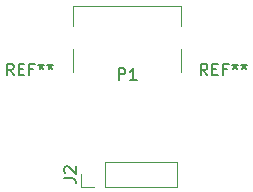
<source format=gto>
G04 #@! TF.GenerationSoftware,KiCad,Pcbnew,5.1.5+dfsg1-2build2*
G04 #@! TF.CreationDate,2022-10-02T22:40:52+02:00*
G04 #@! TF.ProjectId,fox_usb,666f785f-7573-4622-9e6b-696361645f70,rev?*
G04 #@! TF.SameCoordinates,Original*
G04 #@! TF.FileFunction,Legend,Top*
G04 #@! TF.FilePolarity,Positive*
%FSLAX46Y46*%
G04 Gerber Fmt 4.6, Leading zero omitted, Abs format (unit mm)*
G04 Created by KiCad (PCBNEW 5.1.5+dfsg1-2build2) date 2022-10-02 22:40:52*
%MOMM*%
%LPD*%
G04 APERTURE LIST*
%ADD10C,0.120000*%
%ADD11C,0.150000*%
%ADD12R,0.402000X1.252000*%
%ADD13C,0.752000*%
%ADD14O,1.102000X1.702000*%
%ADD15O,1.102000X2.202000*%
%ADD16O,1.452000X1.452000*%
%ADD17R,1.452000X1.452000*%
%ADD18C,2.302000*%
G04 APERTURE END LIST*
D10*
X100450000Y-47340000D02*
X109610000Y-47340000D01*
X109610000Y-47340000D02*
X109610000Y-49045000D01*
X100450000Y-49045000D02*
X100450000Y-47340000D01*
X100450000Y-51055000D02*
X100450000Y-52975000D01*
X109610000Y-52975000D02*
X109610000Y-51055000D01*
X101170000Y-62680000D02*
X101170000Y-61620000D01*
X102230000Y-62680000D02*
X101170000Y-62680000D01*
X103230000Y-62680000D02*
X103230000Y-60560000D01*
X103230000Y-60560000D02*
X109290000Y-60560000D01*
X103230000Y-62680000D02*
X109290000Y-62680000D01*
X109290000Y-62680000D02*
X109290000Y-60560000D01*
D11*
X104361904Y-53652380D02*
X104361904Y-52652380D01*
X104742857Y-52652380D01*
X104838095Y-52700000D01*
X104885714Y-52747619D01*
X104933333Y-52842857D01*
X104933333Y-52985714D01*
X104885714Y-53080952D01*
X104838095Y-53128571D01*
X104742857Y-53176190D01*
X104361904Y-53176190D01*
X105885714Y-53652380D02*
X105314285Y-53652380D01*
X105600000Y-53652380D02*
X105600000Y-52652380D01*
X105504761Y-52795238D01*
X105409523Y-52890476D01*
X105314285Y-52938095D01*
X99722380Y-61953333D02*
X100436666Y-61953333D01*
X100579523Y-62000952D01*
X100674761Y-62096190D01*
X100722380Y-62239047D01*
X100722380Y-62334285D01*
X99817619Y-61524761D02*
X99770000Y-61477142D01*
X99722380Y-61381904D01*
X99722380Y-61143809D01*
X99770000Y-61048571D01*
X99817619Y-61000952D01*
X99912857Y-60953333D01*
X100008095Y-60953333D01*
X100150952Y-61000952D01*
X100722380Y-61572380D01*
X100722380Y-60953333D01*
X111866666Y-53252380D02*
X111533333Y-52776190D01*
X111295238Y-53252380D02*
X111295238Y-52252380D01*
X111676190Y-52252380D01*
X111771428Y-52300000D01*
X111819047Y-52347619D01*
X111866666Y-52442857D01*
X111866666Y-52585714D01*
X111819047Y-52680952D01*
X111771428Y-52728571D01*
X111676190Y-52776190D01*
X111295238Y-52776190D01*
X112295238Y-52728571D02*
X112628571Y-52728571D01*
X112771428Y-53252380D02*
X112295238Y-53252380D01*
X112295238Y-52252380D01*
X112771428Y-52252380D01*
X113533333Y-52728571D02*
X113200000Y-52728571D01*
X113200000Y-53252380D02*
X113200000Y-52252380D01*
X113676190Y-52252380D01*
X114200000Y-52252380D02*
X114200000Y-52490476D01*
X113961904Y-52395238D02*
X114200000Y-52490476D01*
X114438095Y-52395238D01*
X114057142Y-52680952D02*
X114200000Y-52490476D01*
X114342857Y-52680952D01*
X114961904Y-52252380D02*
X114961904Y-52490476D01*
X114723809Y-52395238D02*
X114961904Y-52490476D01*
X115200000Y-52395238D01*
X114819047Y-52680952D02*
X114961904Y-52490476D01*
X115104761Y-52680952D01*
X95466666Y-53252380D02*
X95133333Y-52776190D01*
X94895238Y-53252380D02*
X94895238Y-52252380D01*
X95276190Y-52252380D01*
X95371428Y-52300000D01*
X95419047Y-52347619D01*
X95466666Y-52442857D01*
X95466666Y-52585714D01*
X95419047Y-52680952D01*
X95371428Y-52728571D01*
X95276190Y-52776190D01*
X94895238Y-52776190D01*
X95895238Y-52728571D02*
X96228571Y-52728571D01*
X96371428Y-53252380D02*
X95895238Y-53252380D01*
X95895238Y-52252380D01*
X96371428Y-52252380D01*
X97133333Y-52728571D02*
X96800000Y-52728571D01*
X96800000Y-53252380D02*
X96800000Y-52252380D01*
X97276190Y-52252380D01*
X97800000Y-52252380D02*
X97800000Y-52490476D01*
X97561904Y-52395238D02*
X97800000Y-52490476D01*
X98038095Y-52395238D01*
X97657142Y-52680952D02*
X97800000Y-52490476D01*
X97942857Y-52680952D01*
X98561904Y-52252380D02*
X98561904Y-52490476D01*
X98323809Y-52395238D02*
X98561904Y-52490476D01*
X98800000Y-52395238D01*
X98419047Y-52680952D02*
X98561904Y-52490476D01*
X98704761Y-52680952D01*
%LPC*%
D12*
X101680000Y-54795000D03*
X102480000Y-54795000D03*
X107280000Y-54795000D03*
X108080000Y-54795000D03*
X108380000Y-54795000D03*
X107580000Y-54795000D03*
X106780000Y-54795000D03*
X106280000Y-54795000D03*
X105780000Y-54795000D03*
X105280000Y-54795000D03*
X104780000Y-54795000D03*
X104280000Y-54795000D03*
X103780000Y-54795000D03*
X103280000Y-54795000D03*
X102780000Y-54795000D03*
X101980000Y-54795000D03*
D13*
X107920000Y-53730000D03*
X102140000Y-53730000D03*
D14*
X100710000Y-50050000D03*
X109350000Y-50050000D03*
D15*
X100710000Y-54230000D03*
X109350000Y-54230000D03*
D16*
X108230000Y-61620000D03*
X106230000Y-61620000D03*
X104230000Y-61620000D03*
D17*
X102230000Y-61620000D03*
D18*
X113200000Y-55700000D03*
X96800000Y-55700000D03*
M02*

</source>
